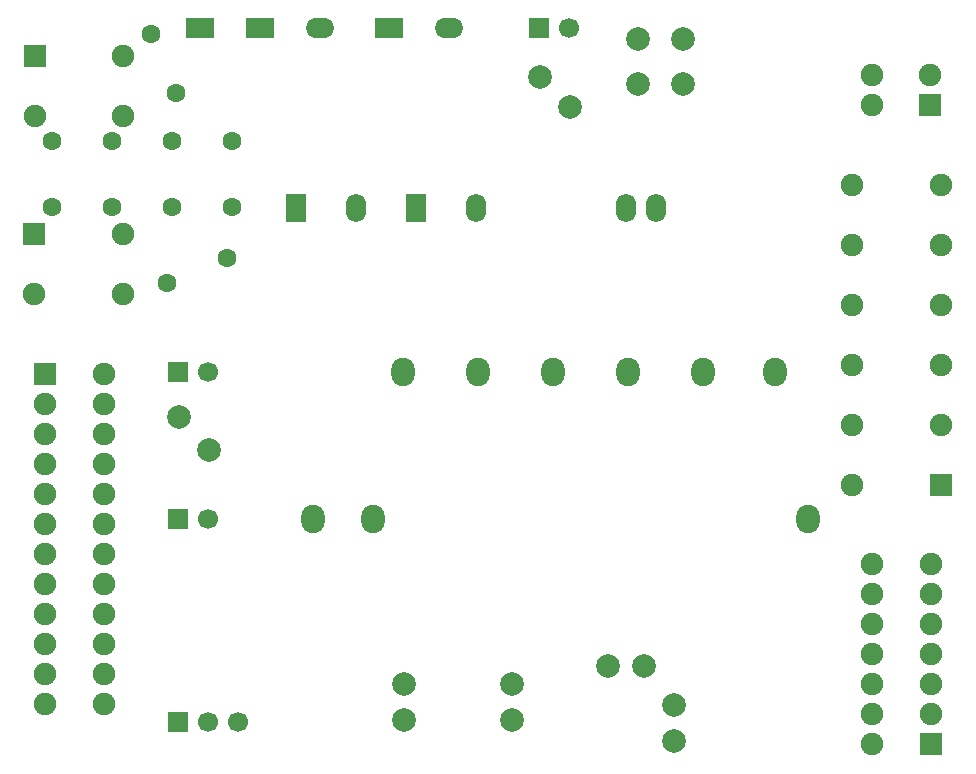
<source format=gbr>
%TF.GenerationSoftware,KiCad,Pcbnew,(5.1.10)-1*%
%TF.CreationDate,2021-06-06T16:07:07+07:00*%
%TF.ProjectId,Mother_module,4d6f7468-6572-45f6-9d6f-64756c652e6b,rev?*%
%TF.SameCoordinates,Original*%
%TF.FileFunction,Soldermask,Bot*%
%TF.FilePolarity,Negative*%
%FSLAX46Y46*%
G04 Gerber Fmt 4.6, Leading zero omitted, Abs format (unit mm)*
G04 Created by KiCad (PCBNEW (5.1.10)-1) date 2021-06-06 16:07:07*
%MOMM*%
%LPD*%
G01*
G04 APERTURE LIST*
%ADD10C,1.900000*%
%ADD11R,1.900000X1.900000*%
%ADD12C,2.000000*%
%ADD13R,1.700000X2.400000*%
%ADD14O,1.700000X2.400000*%
%ADD15C,1.700000*%
%ADD16R,1.700000X1.700000*%
%ADD17R,2.400000X1.700000*%
%ADD18O,2.400000X1.700000*%
%ADD19O,2.000000X2.400000*%
%ADD20C,1.600000*%
G04 APERTURE END LIST*
D10*
%TO.C,XP2*%
X61646000Y-84887000D03*
X69166000Y-84887000D03*
D11*
X61646000Y-79807000D03*
D10*
X69166000Y-79807000D03*
%TD*%
%TO.C,XP6*%
X137492000Y-81458000D03*
X132512000Y-81458000D03*
D11*
X137492000Y-83998000D03*
D10*
X132512000Y-83998000D03*
%TD*%
D12*
%TO.C,TP10*%
X116510000Y-82220000D03*
%TD*%
%TO.C,TP9*%
X106985000Y-84125000D03*
%TD*%
%TO.C,TP8*%
X116510000Y-78410000D03*
%TD*%
%TO.C,TP7*%
X104445000Y-81585000D03*
%TD*%
D13*
%TO.C,U6*%
X83744000Y-92697500D03*
D14*
X88824000Y-92697500D03*
X111684000Y-92697500D03*
X114224000Y-92697500D03*
%TD*%
D15*
%TO.C,U4*%
X106860000Y-77470000D03*
D16*
X104320000Y-77470000D03*
D17*
X75618000Y-77470000D03*
X80698000Y-77470000D03*
D18*
X85778000Y-77470000D03*
D17*
X91620000Y-77470000D03*
D18*
X96700000Y-77470000D03*
%TD*%
D13*
%TO.C,U5*%
X93904000Y-92697500D03*
D14*
X98984000Y-92697500D03*
X111684000Y-92697500D03*
X114224000Y-92697500D03*
%TD*%
D19*
%TO.C,U7*%
X124336000Y-106553000D03*
X118240000Y-106553000D03*
X111890000Y-106553000D03*
D16*
X73790000Y-106553000D03*
D15*
X76330000Y-106553000D03*
D19*
X92840000Y-106553000D03*
X99190000Y-106553000D03*
X105540000Y-106553000D03*
%TD*%
D16*
%TO.C,U8*%
X73790000Y-118999000D03*
D15*
X76330000Y-118999000D03*
D19*
X90300000Y-118999000D03*
X85220000Y-118999000D03*
X127130000Y-118999000D03*
%TD*%
D12*
%TO.C,TP4*%
X112700000Y-82220000D03*
%TD*%
%TO.C,TP3*%
X112700000Y-78410000D03*
%TD*%
D20*
%TO.C,RV1*%
X71482000Y-77982000D03*
X73582000Y-82982000D03*
%TD*%
%TO.C,RV2*%
X72902000Y-99052000D03*
X77902000Y-96952000D03*
%TD*%
%TO.C,F2*%
X68193500Y-92634000D03*
X78353500Y-92634000D03*
X63113500Y-92634000D03*
X73273500Y-92634000D03*
%TD*%
D10*
%TO.C,XP3*%
X61639500Y-100000000D03*
X69159500Y-100000000D03*
D11*
X61639500Y-94920000D03*
D10*
X69159500Y-94920000D03*
%TD*%
D12*
%TO.C,TP16*%
X115748000Y-134798000D03*
%TD*%
%TO.C,TP15*%
X110160000Y-131496000D03*
%TD*%
%TO.C,TP12*%
X113208000Y-131496000D03*
%TD*%
%TO.C,TP11*%
X115748000Y-137846000D03*
%TD*%
%TO.C,TP14*%
X102032000Y-133020000D03*
%TD*%
%TO.C,TP13*%
X102032000Y-136068000D03*
%TD*%
D10*
%TO.C,XP1*%
X67501500Y-134671000D03*
X62521500Y-134671000D03*
X62521500Y-132131000D03*
X67501500Y-132131000D03*
X67501500Y-129591000D03*
X62521500Y-129591000D03*
X67501500Y-127051000D03*
X62521500Y-127051000D03*
X62521500Y-124511000D03*
X67501500Y-124511000D03*
X62521500Y-121971000D03*
X67501500Y-121971000D03*
X62521500Y-119431000D03*
X67501500Y-119431000D03*
X62521500Y-116891000D03*
X67501500Y-116891000D03*
X62521500Y-114351000D03*
X67501500Y-114351000D03*
X62521500Y-111811000D03*
X67501500Y-111811000D03*
X62521500Y-109271000D03*
X67501500Y-109271000D03*
D11*
X62521500Y-106731000D03*
D10*
X67501500Y-106731000D03*
%TD*%
D12*
%TO.C,TP2*%
X92888000Y-136068000D03*
%TD*%
D10*
%TO.C,XP4*%
X137528500Y-122860000D03*
X132548500Y-122860000D03*
X137528500Y-125400000D03*
X132548500Y-125400000D03*
X137528500Y-127940000D03*
X132548500Y-127940000D03*
X137528500Y-130480000D03*
X132548500Y-130480000D03*
X137528500Y-133020000D03*
X132548500Y-133020000D03*
X137528500Y-135560000D03*
X132548500Y-135560000D03*
D11*
X137528500Y-138100000D03*
D10*
X132548500Y-138100000D03*
%TD*%
D12*
%TO.C,TP1*%
X92888000Y-133020000D03*
%TD*%
D15*
%TO.C,U3*%
X78870000Y-136212000D03*
X76330000Y-136212000D03*
D16*
X73790000Y-136212000D03*
%TD*%
D10*
%TO.C,XP5*%
X138417500Y-90729000D03*
X130897500Y-90729000D03*
X138417500Y-95809000D03*
X130897500Y-95809000D03*
X138417500Y-100889000D03*
X130897500Y-100889000D03*
X138417500Y-105969000D03*
X130897500Y-105969000D03*
X138417500Y-111049000D03*
X130897500Y-111049000D03*
D11*
X138417500Y-116129000D03*
D10*
X130897500Y-116129000D03*
%TD*%
D12*
%TO.C,TP6*%
X76378000Y-113208000D03*
%TD*%
%TO.C,TP5*%
X73838000Y-110414000D03*
%TD*%
D20*
%TO.C,F1*%
X68193500Y-87046000D03*
X78353500Y-87046000D03*
X63113500Y-87046000D03*
X73273500Y-87046000D03*
%TD*%
M02*

</source>
